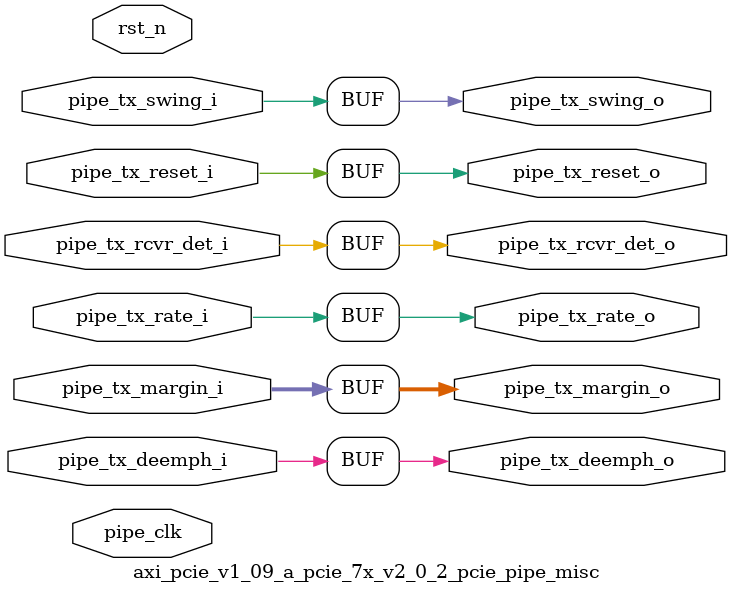
<source format=v>

`timescale 1ps/1ps

module axi_pcie_v1_09_a_pcie_7x_v2_0_2_pcie_pipe_misc #
(
    parameter        PIPE_PIPELINE_STAGES = 0    // 0 - 0 stages, 1 - 1 stage, 2 - 2 stages
)
(

    input   wire        pipe_tx_rcvr_det_i       ,     // PIPE Tx Receiver Detect
    input   wire        pipe_tx_reset_i          ,     // PIPE Tx Reset
    input   wire        pipe_tx_rate_i           ,     // PIPE Tx Rate
    input   wire        pipe_tx_deemph_i         ,     // PIPE Tx Deemphasis
    input   wire [2:0]  pipe_tx_margin_i         ,     // PIPE Tx Margin
    input   wire        pipe_tx_swing_i          ,     // PIPE Tx Swing

    output  wire        pipe_tx_rcvr_det_o       ,     // Pipelined PIPE Tx Receiver Detect
    output  wire        pipe_tx_reset_o          ,     // Pipelined PIPE Tx Reset
    output  wire        pipe_tx_rate_o           ,     // Pipelined PIPE Tx Rate
    output  wire        pipe_tx_deemph_o         ,     // Pipelined PIPE Tx Deemphasis
    output  wire [2:0]  pipe_tx_margin_o         ,     // Pipelined PIPE Tx Margin
    output  wire        pipe_tx_swing_o          ,     // Pipelined PIPE Tx Swing

    input   wire        pipe_clk                ,      // PIPE Clock
    input   wire        rst_n                          // Reset
);

//******************************************************************//
// Reality check.                                                   //
//******************************************************************//

    localparam TCQ  = 1;      // clock to out delay model

    generate

    if (PIPE_PIPELINE_STAGES == 0) begin : pipe_stages_0

        assign pipe_tx_rcvr_det_o = pipe_tx_rcvr_det_i;
        assign pipe_tx_reset_o  = pipe_tx_reset_i;
        assign pipe_tx_rate_o = pipe_tx_rate_i;
        assign pipe_tx_deemph_o = pipe_tx_deemph_i;
        assign pipe_tx_margin_o = pipe_tx_margin_i;
        assign pipe_tx_swing_o = pipe_tx_swing_i;

    end // if (PIPE_PIPELINE_STAGES == 0)
    else if (PIPE_PIPELINE_STAGES == 1) begin : pipe_stages_1

    reg                pipe_tx_rcvr_det_q       ;
    reg                pipe_tx_reset_q          ;
    reg                pipe_tx_rate_q           ;
    reg                pipe_tx_deemph_q         ;
    reg [2:0]          pipe_tx_margin_q         ;
    reg                pipe_tx_swing_q          ;

        always @(posedge pipe_clk) begin

        if (rst_n)
        begin

            pipe_tx_rcvr_det_q <= #TCQ 0;
            pipe_tx_reset_q  <= #TCQ 1'b1;
            pipe_tx_rate_q <= #TCQ 0;
            pipe_tx_deemph_q <= #TCQ 1'b1;
            pipe_tx_margin_q <= #TCQ 0;
            pipe_tx_swing_q <= #TCQ 0;

        end
        else
        begin

            pipe_tx_rcvr_det_q <= #TCQ pipe_tx_rcvr_det_i;
            pipe_tx_reset_q  <= #TCQ pipe_tx_reset_i;
            pipe_tx_rate_q <= #TCQ pipe_tx_rate_i;
            pipe_tx_deemph_q <= #TCQ pipe_tx_deemph_i;
            pipe_tx_margin_q <= #TCQ pipe_tx_margin_i;
            pipe_tx_swing_q <= #TCQ pipe_tx_swing_i;

          end

        end

        assign pipe_tx_rcvr_det_o = pipe_tx_rcvr_det_q;
        assign pipe_tx_reset_o  = pipe_tx_reset_q;
        assign pipe_tx_rate_o = pipe_tx_rate_q;
        assign pipe_tx_deemph_o = pipe_tx_deemph_q;
        assign pipe_tx_margin_o = pipe_tx_margin_q;
        assign pipe_tx_swing_o = pipe_tx_swing_q;

    end // if (PIPE_PIPELINE_STAGES == 1)
    else if (PIPE_PIPELINE_STAGES == 2) begin : pipe_stages_2

    reg                pipe_tx_rcvr_det_q       ;
    reg                pipe_tx_reset_q          ;
    reg                pipe_tx_rate_q           ;
    reg                pipe_tx_deemph_q         ;
    reg [2:0]          pipe_tx_margin_q         ;
    reg                pipe_tx_swing_q          ;

    reg                pipe_tx_rcvr_det_qq      ;
    reg                pipe_tx_reset_qq         ;
    reg                pipe_tx_rate_qq          ;
    reg                pipe_tx_deemph_qq        ;
    reg [2:0]          pipe_tx_margin_qq        ;
    reg                pipe_tx_swing_qq         ;

        always @(posedge pipe_clk) begin

        if (rst_n)
        begin

            pipe_tx_rcvr_det_q <= #TCQ 0;
            pipe_tx_reset_q  <= #TCQ 1'b1;
            pipe_tx_rate_q <= #TCQ 0;
            pipe_tx_deemph_q <= #TCQ 1'b1;
            pipe_tx_margin_q <= #TCQ 0;
            pipe_tx_swing_q <= #TCQ 0;

            pipe_tx_rcvr_det_qq <= #TCQ 0;
            pipe_tx_reset_qq  <= #TCQ 1'b1;
            pipe_tx_rate_qq <= #TCQ 0;
            pipe_tx_deemph_qq <= #TCQ 1'b1;
            pipe_tx_margin_qq <= #TCQ 0;
            pipe_tx_swing_qq <= #TCQ 0;

        end
        else
        begin

            pipe_tx_rcvr_det_q <= #TCQ pipe_tx_rcvr_det_i;
            pipe_tx_reset_q  <= #TCQ pipe_tx_reset_i;
            pipe_tx_rate_q <= #TCQ pipe_tx_rate_i;
            pipe_tx_deemph_q <= #TCQ pipe_tx_deemph_i;
            pipe_tx_margin_q <= #TCQ pipe_tx_margin_i;
            pipe_tx_swing_q <= #TCQ pipe_tx_swing_i;

            pipe_tx_rcvr_det_qq <= #TCQ pipe_tx_rcvr_det_q;
            pipe_tx_reset_qq  <= #TCQ pipe_tx_reset_q;
            pipe_tx_rate_qq <= #TCQ pipe_tx_rate_q;
            pipe_tx_deemph_qq <= #TCQ pipe_tx_deemph_q;
            pipe_tx_margin_qq <= #TCQ pipe_tx_margin_q;
            pipe_tx_swing_qq <= #TCQ pipe_tx_swing_q;

          end

        end

        assign pipe_tx_rcvr_det_o = pipe_tx_rcvr_det_qq;
        assign pipe_tx_reset_o  = pipe_tx_reset_qq;
        assign pipe_tx_rate_o = pipe_tx_rate_qq;
        assign pipe_tx_deemph_o = pipe_tx_deemph_qq;
        assign pipe_tx_margin_o = pipe_tx_margin_qq;
        assign pipe_tx_swing_o = pipe_tx_swing_qq;

    end // if (PIPE_PIPELINE_STAGES == 2)

    endgenerate

endmodule


</source>
